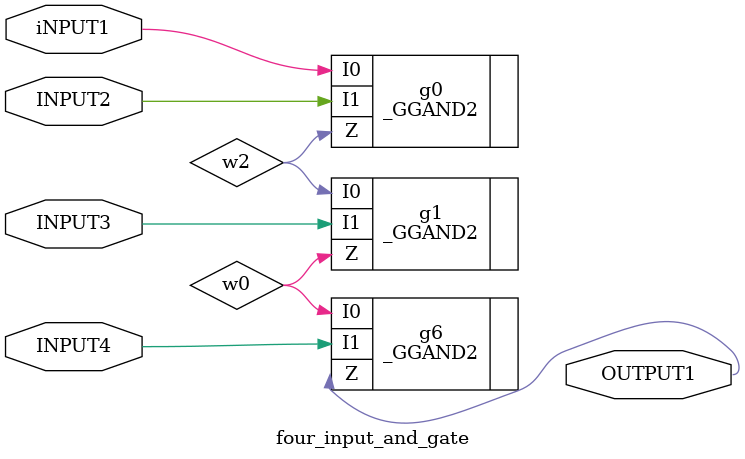
<source format=v>

`timescale 1ns/1ns

module main;    //: root_module
reg w0;    //: /sn:0 {0}(181,221)(499,221){1}
//: {2}(503,221)(513,221)(513,222)(548,222){3}
//: {4}(501,223)(501,328){5}
//: {6}(503,330)(547,330){7}
//: {8}(501,332)(501,441){9}
//: {10}(503,443)(550,443){11}
//: {12}(501,445)(501,553)(551,553){13}
reg w30;    //: /sn:0 {0}(350,80)(350,96){1}
//: {2}(352,98)(424,98)(424,109){3}
//: {4}(350,100)(350,273){5}
//: {6}(352,275)(362,275)(362,276)(547,276){7}
//: {8}(350,277)(350,499)(551,499){9}
reg w29;    //: /sn:0 {0}(265,79)(265,110){1}
//: {2}(267,112)(366,112)(366,129){3}
//: {4}(265,114)(265,402){5}
//: {6}(267,404)(277,404)(277,407)(550,407){7}
//: {8}(265,406)(265,517)(551,517){9}
reg w1;    //: /sn:0 {0}(548,204)(483,204)(483,311){1}
//: {2}(485,313)(495,313)(495,312)(547,312){3}
//: {4}(483,315)(483,422){5}
//: {6}(485,424)(495,424)(495,425)(550,425){7}
//: {8}(483,426)(483,531){9}
//: {10}(485,533)(495,533)(495,535)(551,535){11}
//: {12}(483,535)(483,544)(176,544){13}
wire w6;    //: /sn:0 {0}(424,125)(424,166){1}
//: {2}(426,168)(548,168){3}
//: {4}(424,170)(424,389)(550,389){5}
wire w7;    //: /sn:0 {0}(773,167)(778,167){1}
//: {2}(782,167)(796,167)(796,166)(800,166){3}
//: {4}(780,165)(780,168)(744,168){5}
wire w22;    //: /sn:0 {0}(747,499)(780,499)(780,500)(795,500){1}
wire w12;    //: /sn:0 {0}(743,276)(796,276)(796,293)(811,293){1}
wire w17;    //: /sn:0 {0}(746,389)(784,389)(784,413)(799,413){1}
wire w5;    //: /sn:0 {0}(366,145)(366,184){1}
//: {2}(368,186)(548,186){3}
//: {4}(366,188)(366,294)(547,294){5}
//: enddecls

  //: SWITCH g8 (w1) @(159,544) /sn:0 /w:[ 13 ] /st:0 /dn:1
  four_input_and_gate g4 (.iNPUT1(w30), .INPUT2(w29), .INPUT3(w1), .INPUT4(w0), .OUTPUT1(w22));   //: @(552, 481) /sz:(194, 90) /sn:0 /p:[ Li0>9 Li1>9 Li2>11 Li3>13 Ro0<0 ]
  //: joint g16 (w1) @(483, 533) /w:[ 10 9 -1 12 ]
  four_input_and_gate g3 (.iNPUT1(w6), .INPUT2(w29), .INPUT3(w1), .INPUT4(w0), .OUTPUT1(w17));   //: @(551, 371) /sz:(194, 90) /sn:0 /p:[ Li0>5 Li1>7 Li2>7 Li3>11 Ro0<0 ]
  //: LED g26 (w17) @(806,413) /sn:0 /R:3 /w:[ 1 ] /type:0
  //: joint g17 (w30) @(350, 98) /w:[ 2 1 -1 4 ]
  four_input_and_gate g2 (.iNPUT1(w30), .INPUT2(w5), .INPUT3(w1), .INPUT4(w0), .OUTPUT1(w12));   //: @(548, 258) /sz:(194, 90) /sn:0 /p:[ Li0>7 Li1>5 Li2>3 Li3>7 Ro0<0 ]
  //: joint g23 (w29) @(265, 404) /w:[ 6 5 -1 8 ]
  //: LED g24 (w7) @(807,166) /sn:0 /R:3 /w:[ 3 ] /type:0
  four_input_and_gate g1 (.iNPUT1(w6), .INPUT2(w5), .INPUT3(w1), .INPUT4(w0), .OUTPUT1(w7));   //: @(549, 150) /sz:(194, 90) /sn:0 /p:[ Li0>3 Li1>3 Li2>0 Li3>3 Ro0<5 ]
  //: joint g18 (w30) @(350, 275) /w:[ 6 5 -1 8 ]
  //: LED g25 (w12) @(818,293) /sn:0 /R:3 /w:[ 1 ] /type:0
  _GGNBUF #(2) g10 (.I(w29), .Z(w5));   //: @(366,135) /sn:0 /R:3 /w:[ 3 0 ]
  //: joint g6 (w0) @(501, 330) /w:[ 6 5 -1 8 ]
  //: joint g7 (w0) @(501, 443) /w:[ 10 9 -1 12 ]
  _GGNBUF #(2) g9 (.I(w30), .Z(w6));   //: @(424,115) /sn:0 /R:3 /w:[ 3 0 ]
  //: joint g22 (w6) @(424, 168) /w:[ 2 1 -1 4 ]
  //: SWITCH g12 (w30) @(350,67) /sn:0 /R:3 /w:[ 0 ] /st:0 /dn:1
  //: joint g28 (w7) @(780, 167) /w:[ 2 -1 1 4 ]
  //: joint g14 (w1) @(483, 313) /w:[ 2 1 -1 4 ]
  //: joint g5 (w0) @(501, 221) /w:[ 2 -1 1 4 ]
  //: SWITCH g11 (w29) @(265,66) /sn:0 /R:3 /w:[ 0 ] /st:0 /dn:1
  //: joint g21 (w5) @(366, 186) /w:[ 2 1 -1 4 ]
  //: comment g19 @(249,17) /sn:0
  //: /line:"S1"
  //: /end
  //: comment g20 @(336,17) /sn:0
  //: /line:"S0"
  //: /end
  //: joint g15 (w1) @(483, 424) /w:[ 6 5 -1 8 ]
  //: SWITCH g0 (w0) @(164,221) /sn:0 /w:[ 0 ] /st:0 /dn:1
  //: LED g27 (w22) @(802,500) /sn:0 /R:3 /w:[ 1 ] /type:0
  //: joint g13 (w29) @(265, 112) /w:[ 2 1 -1 4 ]

endmodule
//: /netlistEnd

//: /netlistBegin four_input_and_gate
module four_input_and_gate(INPUT3, INPUT2, iNPUT1, INPUT4, OUTPUT1);
//: interface  /sz:(194, 90) /bd:[ Li0>INPUT4(64/80) Li1>INPUT3(48/80) Li2>INPUT2(32/80) Li3>iNPUT1(16/80) Ro0<OUTPUT1(16/80) ] /pd: 0 /pi: 0 /pe: 1 /pp: 1
input iNPUT1;    //: {0}(93,45)(50:132,45)(132,65)(147,65){1}
output OUTPUT1;    //: /sn:0 {0}(436,100)(352,100)(352,134)(287,134){1}
input INPUT4;    //: /sn:0 {0}(95,136)(266,136){1}
input INPUT3;    //: /sn:0 {0}(95,104)(207,104){1}
input INPUT2;    //: {0}(95,73)(50:132,73)(132,70)(147,70){1}
wire w0;    //: /sn:0 {0}(228,102)(251,102)(251,131)(266,131){1}
wire w2;    //: /sn:0 {0}(168,68)(191,68)(191,99)(207,99){1}
//: enddecls

  //: IN g4 (INPUT3) @(93,104) /sn:0 /w:[ 0 ]
  //: IN g3 (INPUT2) @(93,73) /sn:0 /w:[ 0 ]
  //: IN g2 (iNPUT1) @(91,45) /sn:0 /w:[ 0 ]
  _GGAND2 #(6) g1 (.I0(w2), .I1(INPUT3), .Z(w0));   //: @(218,102) /sn:0 /w:[ 1 1 0 ]
  _GGAND2 #(6) g6 (.I0(w0), .I1(INPUT4), .Z(OUTPUT1));   //: @(277,134) /sn:0 /w:[ 1 1 1 ]
  //: IN g7 (INPUT4) @(93,136) /sn:0 /w:[ 0 ]
  //: OUT g5 (OUTPUT1) @(433,100) /sn:0 /w:[ 0 ]
  _GGAND2 #(6) g0 (.I0(iNPUT1), .I1(INPUT2), .Z(w2));   //: @(158,68) /sn:0 /w:[ 1 1 0 ]

endmodule
//: /netlistEnd


</source>
